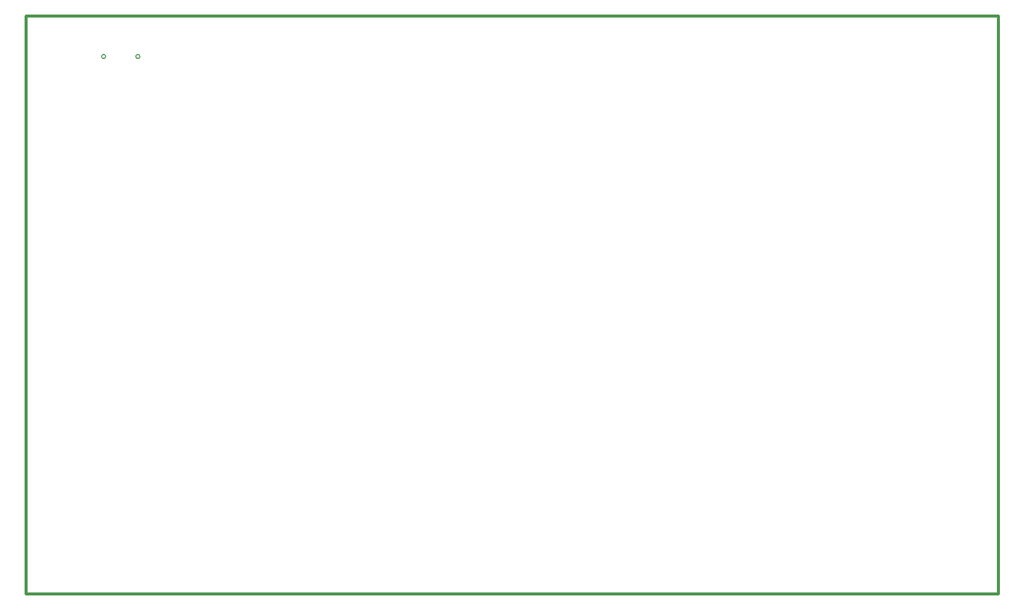
<source format=gm1>
G04*
G04 #@! TF.GenerationSoftware,Altium Limited,Altium Designer,18.1.9 (240)*
G04*
G04 Layer_Color=16711935*
%FSLAX24Y24*%
%MOIN*%
G70*
G01*
G75*
%ADD18C,0.0050*%
%ADD21C,0.0200*%
D18*
X7376Y35614D02*
G03*
X7376Y35614I-138J0D01*
G01*
X5100D02*
G03*
X5100Y35614I-138J0D01*
G01*
X7376D02*
G03*
X7376Y35614I-138J0D01*
G01*
X5100D02*
G03*
X5100Y35614I-138J0D01*
G01*
D21*
X-200Y38300D02*
X-200Y-100D01*
X-200Y38300D02*
X64400D01*
X64400Y-100D01*
X-200D02*
X64400D01*
X-200Y38300D02*
X-200Y-100D01*
X-200Y38300D02*
X64400D01*
X64400Y-100D01*
X-200D02*
X64400D01*
M02*

</source>
